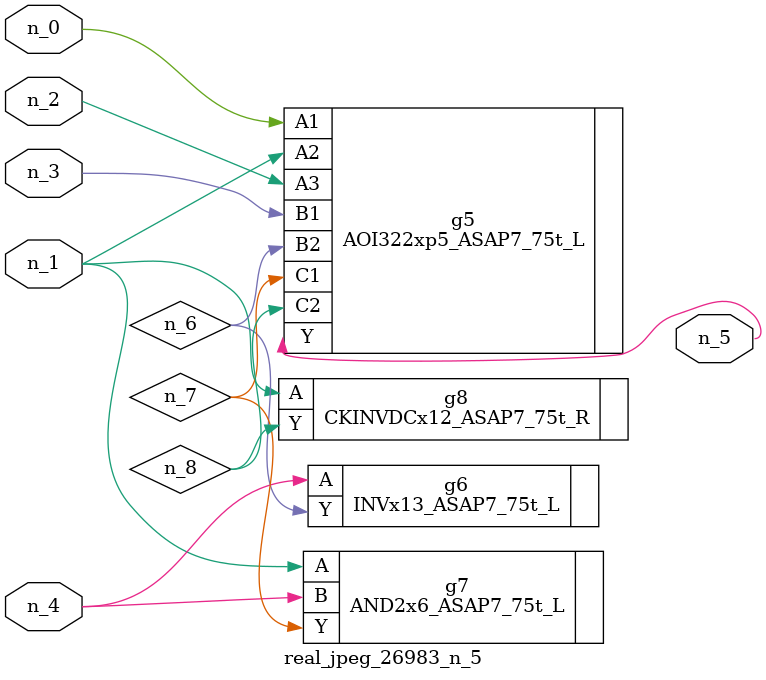
<source format=v>
module real_jpeg_26983_n_5 (n_4, n_0, n_1, n_2, n_3, n_5);

input n_4;
input n_0;
input n_1;
input n_2;
input n_3;

output n_5;

wire n_8;
wire n_6;
wire n_7;

AOI322xp5_ASAP7_75t_L g5 ( 
.A1(n_0),
.A2(n_1),
.A3(n_2),
.B1(n_3),
.B2(n_6),
.C1(n_7),
.C2(n_8),
.Y(n_5)
);

AND2x6_ASAP7_75t_L g7 ( 
.A(n_1),
.B(n_4),
.Y(n_7)
);

CKINVDCx12_ASAP7_75t_R g8 ( 
.A(n_1),
.Y(n_8)
);

INVx13_ASAP7_75t_L g6 ( 
.A(n_4),
.Y(n_6)
);


endmodule
</source>
